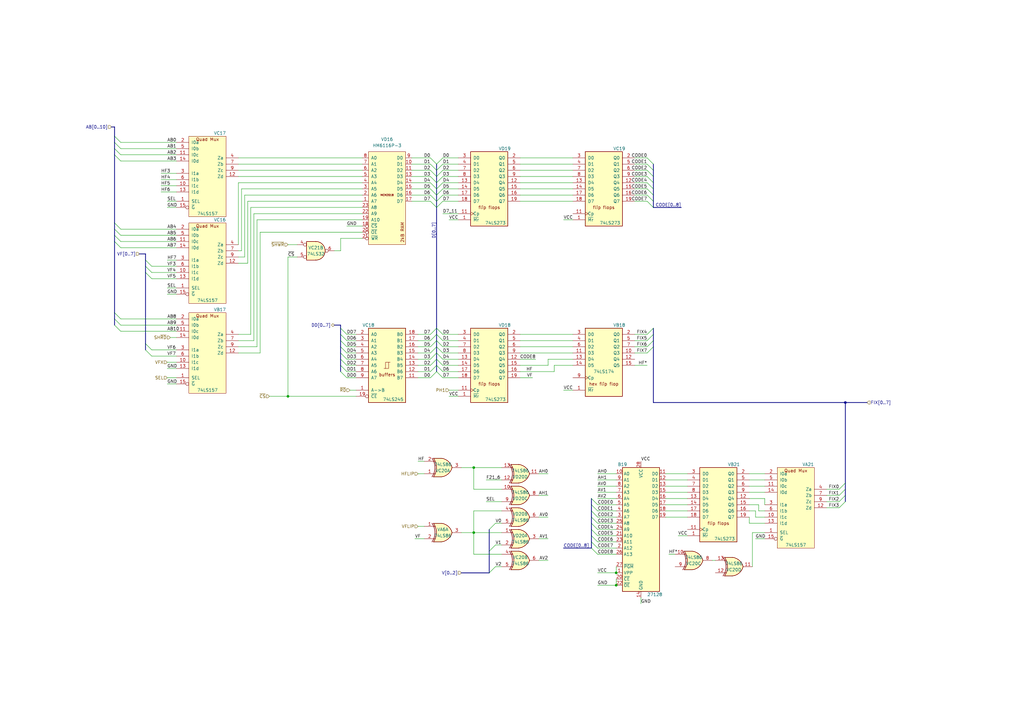
<source format=kicad_sch>
(kicad_sch (version 20231120) (generator "eeschema") (generator_version "8.0")
  (paper "A3")
  (title_block (title "Fixed Character Layer") (date "2024-10-12") (company "JOTEGO") (comment 1 "Jose Tejada"))
  (lib_symbols
    (symbol "Memory_EPROM:27128"
      (property "Reference" "U" (at -7.62 26.67 0))
      (property "Value" "27128" (at 2.54 -26.67 0))
      (symbol "27128_1_1"
        (pin input line (at -10.16 -17.78 0) (length 2.54) (name "VPP") (number "1"))
        (pin input line (at -10.16 22.86 0) (length 2.54) (name "A0") (number "10"))
        (pin tri_state line (at 10.16 22.86 180) (length 2.54) (name "D0") (number "11"))
        (pin tri_state line (at 10.16 20.32 180) (length 2.54) (name "D1") (number "12"))
        (pin tri_state line (at 10.16 17.78 180) (length 2.54) (name "D2") (number "13"))
        (pin power_in line (at 0 -27.94 90) (length 2.54) (name "GND") (number "14"))
        (pin tri_state line (at 10.16 15.24 180) (length 2.54) (name "D3") (number "15"))
        (pin tri_state line (at 10.16 12.7 180) (length 2.54) (name "D4") (number "16"))
        (pin tri_state line (at 10.16 10.16 180) (length 2.54) (name "D5") (number "17"))
        (pin tri_state line (at 10.16 7.62 180) (length 2.54) (name "D6") (number "18"))
        (pin tri_state line (at 10.16 5.08 180) (length 2.54) (name "D7") (number "19"))
        (pin input line (at -10.16 -7.62 0) (length 2.54) (name "A12") (number "2"))
        (pin input line (at -10.16 -20.32 0) (length 2.54) (name "~{CE}") (number "20"))
        (pin input line (at -10.16 -2.54 0) (length 2.54) (name "A10") (number "21"))
        (pin input line (at -10.16 -22.86 0) (length 2.54) (name "~{OE}") (number "22"))
        (pin input line (at -10.16 -5.08 0) (length 2.54) (name "A11") (number "23"))
        (pin input line (at -10.16 0 0) (length 2.54) (name "A9") (number "24"))
        (pin input line (at -10.16 2.54 0) (length 2.54) (name "A8") (number "25"))
        (pin input line (at -10.16 -10.16 0) (length 2.54) (name "A13") (number "26"))
        (pin input line (at -10.16 -15.24 0) (length 2.54) (name "~{PGM}") (number "27"))
        (pin power_in line (at 0 27.94 270) (length 2.54) (name "VCC") (number "28"))
        (pin input line (at -10.16 5.08 0) (length 2.54) (name "A7") (number "3"))
        (pin input line (at -10.16 7.62 0) (length 2.54) (name "A6") (number "4"))
        (pin input line (at -10.16 10.16 0) (length 2.54) (name "A5") (number "5"))
        (pin input line (at -10.16 12.7 0) (length 2.54) (name "A4") (number "6"))
        (pin input line (at -10.16 15.24 0) (length 2.54) (name "A3") (number "7"))
        (pin input line (at -10.16 17.78 0) (length 2.54) (name "A2") (number "8"))
        (pin input line (at -10.16 20.32 0) (length 2.54) (name "A1") (number "9"))
      )
    )
    (symbol "arcade:HM6116P-3" (pin_names (offset 1.016))
      (property "Reference" "U" (at 0 21.59 0))
      (property "Value" "HM6116P-3" (at 1.27 19.05 0))
      (symbol "HM6116P-3_0_0"
        (text "2kB RAM" (at 6.35 -15.24 900) (effects (font (size 1.27 1.27))))
        (text "MCM2018" (at 0 0 0) (effects (font (size 0.762 0.762))))
      )
      (symbol "HM6116P-3_1_1"
        (pin input line (at -10.16 -2.54 0) (length 2.54) (name "A7") (number "1"))
        (pin tri_state line (at 10.16 12.7 180) (length 2.54) (name "D1") (number "10"))
        (pin tri_state line (at 10.16 10.16 180) (length 2.54) (name "D2") (number "11"))
        (pin power_in line (at 0 -20.32 90) (length 5.08) hide (name "VSS") (number "12"))
        (pin tri_state line (at 10.16 7.62 180) (length 2.54) (name "D3") (number "13"))
        (pin tri_state line (at 10.16 5.08 180) (length 2.54) (name "D4") (number "14"))
        (pin tri_state line (at 10.16 2.54 180) (length 2.54) (name "D5") (number "15"))
        (pin tri_state line (at 10.16 0 180) (length 2.54) (name "D6") (number "16"))
        (pin tri_state line (at 10.16 -2.54 180) (length 2.54) (name "D7") (number "17"))
        (pin input inverted (at -10.16 -12.7 0) (length 2.54) (name "~{CS}") (number "18"))
        (pin input line (at -10.16 -10.16 0) (length 2.54) (name "A10") (number "19"))
        (pin input line (at -10.16 0 0) (length 2.54) (name "A6") (number "2"))
        (pin input inverted (at -10.16 -15.24 0) (length 2.54) (name "~{OE}") (number "20"))
        (pin input inverted (at -10.16 -17.78 0) (length 2.54) (name "~{WR}") (number "21"))
        (pin input line (at -10.16 -7.62 0) (length 2.54) (name "A9") (number "22"))
        (pin input line (at -10.16 -5.08 0) (length 2.54) (name "A8") (number "23"))
        (pin power_in line (at 0 17.78 270) (length 5.08) hide (name "VCC") (number "24"))
        (pin input line (at -10.16 2.54 0) (length 2.54) (name "A5") (number "3"))
        (pin input line (at -10.16 5.08 0) (length 2.54) (name "A4") (number "4"))
        (pin input line (at -10.16 7.62 0) (length 2.54) (name "A3") (number "5"))
        (pin input line (at -10.16 10.16 0) (length 2.54) (name "A2") (number "6"))
        (pin input line (at -10.16 12.7 0) (length 2.54) (name "A1") (number "7"))
        (pin input line (at -10.16 15.24 0) (length 2.54) (name "A0") (number "8"))
        (pin tri_state line (at 10.16 15.24 180) (length 2.54) (name "D0") (number "9"))
      )
    )
    (symbol "jt74:74LS157" (pin_names (offset 1.016))
      (property "Reference" "U" (at 5.08 16.51 0))
      (property "Value" "74LS157" (at 0 -16.51 0))
      (symbol "74LS157_0_0"
        (text "Quad Mux" (at 0 13.97 0) (effects (font (size 1.27 1.27))))
      )
      (symbol "74LS157_1_0"
        (pin input line (at -12.7 -11.43 0) (length 5.08) (name "SEL") (number "1"))
        (pin input line (at -12.7 -5.08 0) (length 5.08) (name "I1c") (number "10"))
        (pin input line (at -12.7 7.62 0) (length 5.08) (name "I0c") (number "11"))
        (pin output line (at 12.7 -1.27 180) (length 5.08) (name "Zd") (number "12"))
        (pin input line (at -12.7 -7.62 0) (length 5.08) (name "I1d") (number "13"))
        (pin input line (at -12.7 5.08 0) (length 5.08) (name "I0d") (number "14"))
        (pin input inverted (at -12.7 -13.97 0) (length 5.08) (name "~{G}") (number "15"))
        (pin input line (at -12.7 12.7 0) (length 5.08) (name "I0a") (number "2"))
        (pin input line (at -12.7 0 0) (length 5.08) (name "I1a") (number "3"))
        (pin output line (at 12.7 6.35 180) (length 5.08) (name "Za") (number "4"))
        (pin input line (at -12.7 10.16 0) (length 5.08) (name "I0b") (number "5"))
        (pin input line (at -12.7 -2.54 0) (length 5.08) (name "I1b") (number "6"))
        (pin output line (at 12.7 3.81 180) (length 5.08) (name "Zb") (number "7"))
        (pin output line (at 12.7 1.27 180) (length 5.08) (name "Zc") (number "9"))
      )
    )
    (symbol "jt74:74LS174" (pin_names (offset 1.016))
      (property "Reference" "U" (at 5.08 -12.7 0))
      (property "Value" "74LS174" (at 0 -5.08 0))
      (symbol "74LS174_0_0"
        (text "hex flip flop" (at 0 -10.16 0) (effects (font (size 1.27 1.27))))
      )
      (symbol "74LS174_1_0"
        (pin input line (at -12.7 -12.7 0) (length 5.08) (name "~{Mr}") (number "1"))
        (pin output line (at 12.7 2.54 180) (length 5.08) (name "Q3") (number "10"))
        (pin input line (at -12.7 2.54 0) (length 5.08) (name "D3") (number "11"))
        (pin output line (at 12.7 0 180) (length 5.08) (name "Q4") (number "12"))
        (pin input line (at -12.7 0 0) (length 5.08) (name "D4") (number "13"))
        (pin input line (at -12.7 -2.54 0) (length 5.08) (name "D5") (number "14"))
        (pin output line (at 12.7 -2.54 180) (length 5.08) (name "Q5") (number "15"))
        (pin output line (at 12.7 10.16 180) (length 5.08) (name "Q0") (number "2"))
        (pin input line (at -12.7 10.16 0) (length 5.08) (name "D0") (number "3"))
        (pin input line (at -12.7 7.62 0) (length 5.08) (name "D1") (number "4"))
        (pin output line (at 12.7 7.62 180) (length 5.08) (name "Q1") (number "5"))
        (pin input line (at -12.7 5.08 0) (length 5.08) (name "D2") (number "6"))
        (pin output line (at 12.7 5.08 180) (length 5.08) (name "Q2") (number "7"))
        (pin input clock (at -12.7 -7.62 0) (length 5.08) (name "Cp") (number "9"))
      )
      (symbol "74LS174_1_1"
        (pin power_in line (at 0 12.7 270) (length 5.08) hide (name "VCC") (number "16"))
        (pin power_in line (at 0 -15.24 90) (length 5.08) hide (name "VSS") (number "8"))
      )
    )
    (symbol "jt74:74LS245" (pin_names (offset 1.016))
      (property "Reference" "U" (at -7.62 16.51 0))
      (property "Value" "74LS245" (at 2.54 -13.97 0))
      (symbol "74LS245_0_0"
        (text "buffers" (at 0 -3.81 0) (effects (font (size 1.27 1.27))))
      )
      (symbol "74LS245_1_0"
        (pin input line (at -12.7 -10.16 0) (length 5.08) (name "A->B") (number "1"))
        (pin tri_state line (at 12.7 -5.08 180) (length 5.08) (name "B7") (number "11"))
        (pin tri_state line (at 12.7 -2.54 180) (length 5.08) (name "B6") (number "12"))
        (pin tri_state line (at 12.7 0 180) (length 5.08) (name "B5") (number "13"))
        (pin tri_state line (at 12.7 2.54 180) (length 5.08) (name "B4") (number "14"))
        (pin tri_state line (at 12.7 5.08 180) (length 5.08) (name "B3") (number "15"))
        (pin tri_state line (at 12.7 7.62 180) (length 5.08) (name "B2") (number "16"))
        (pin tri_state line (at 12.7 10.16 180) (length 5.08) (name "B1") (number "17"))
        (pin tri_state line (at 12.7 12.7 180) (length 5.08) (name "B0") (number "18"))
        (pin input inverted (at -12.7 -12.7 0) (length 5.08) (name "~{CE}") (number "19"))
        (pin tri_state line (at -12.7 12.7 0) (length 5.08) (name "A0") (number "2"))
        (pin tri_state line (at -12.7 10.16 0) (length 5.08) (name "A1") (number "3"))
        (pin tri_state line (at -12.7 7.62 0) (length 5.08) (name "A2") (number "4"))
        (pin tri_state line (at -12.7 5.08 0) (length 5.08) (name "A3") (number "5"))
        (pin tri_state line (at -12.7 2.54 0) (length 5.08) (name "A4") (number "6"))
        (pin tri_state line (at -12.7 0 0) (length 5.08) (name "A5") (number "7"))
        (pin tri_state line (at -12.7 -2.54 0) (length 5.08) (name "A6") (number "8"))
        (pin tri_state line (at -12.7 -5.08 0) (length 5.08) (name "A7") (number "9"))
      )
    )
    (symbol "jt74:74LS273" (pin_names (offset 1.016))
      (property "Reference" "U" (at 6.35 16.51 0))
      (property "Value" "74LS273" (at 2.54 -13.97 0))
      (symbol "74LS273_0_0"
        (text "flip flops" (at 0 -7.62 0) (effects (font (size 1.27 1.27))))
      )
      (symbol "74LS273_1_0"
        (pin input line (at -12.7 -12.7 0) (length 5.08) (name "~{Mr}") (number "1"))
        (pin input clock (at -12.7 -10.16 0) (length 5.08) (name "Cp") (number "11"))
        (pin output line (at 12.7 2.54 180) (length 5.08) (name "Q4") (number "12"))
        (pin input line (at -12.7 2.54 0) (length 5.08) (name "D4") (number "13"))
        (pin input line (at -12.7 0 0) (length 5.08) (name "D5") (number "14"))
        (pin output line (at 12.7 0 180) (length 5.08) (name "Q5") (number "15"))
        (pin output line (at 12.7 -2.54 180) (length 5.08) (name "Q6") (number "16"))
        (pin input line (at -12.7 -2.54 0) (length 5.08) (name "D6") (number "17"))
        (pin input line (at -12.7 -5.08 0) (length 5.08) (name "D7") (number "18"))
        (pin output line (at 12.7 -5.08 180) (length 5.08) (name "Q7") (number "19"))
        (pin output line (at 12.7 12.7 180) (length 5.08) (name "Q0") (number "2"))
        (pin input line (at -12.7 12.7 0) (length 5.08) (name "D0") (number "3"))
        (pin input line (at -12.7 10.16 0) (length 5.08) (name "D1") (number "4"))
        (pin output line (at 12.7 10.16 180) (length 5.08) (name "Q1") (number "5"))
        (pin output line (at 12.7 7.62 180) (length 5.08) (name "Q2") (number "6"))
        (pin input line (at -12.7 7.62 0) (length 5.08) (name "D2") (number "7"))
        (pin input line (at -12.7 5.08 0) (length 5.08) (name "D3") (number "8"))
        (pin output line (at 12.7 5.08 180) (length 5.08) (name "Q3") (number "9"))
      )
    )
    (symbol "jt74:74LS32" (pin_names (offset 1.016))
      (property "Reference" "U" (at 0 1.27 0))
      (property "Value" "74LS32" (at 0 -1.27 0))
      (symbol "74LS32_1_1"
        (pin input line (at -7.62 2.54 0) (length 4.318) (name "~") (number "1"))
        (pin input line (at -7.62 -2.54 0) (length 4.318) (name "~") (number "2"))
        (pin output line (at 7.62 0 180) (length 3.81) (name "~") (number "3"))
      )
      (symbol "74LS32_1_2"
        (pin input inverted (at -7.62 2.54 0) (length 3.81) (name "~") (number "1"))
        (pin input inverted (at -7.62 -2.54 0) (length 3.81) (name "~") (number "2"))
        (pin output inverted (at 7.62 0 180) (length 3.81) (name "~") (number "3"))
      )
      (symbol "74LS32_2_1"
        (pin input line (at -7.62 2.54 0) (length 4.318) (name "~") (number "4"))
        (pin input line (at -7.62 -2.54 0) (length 4.318) (name "~") (number "5"))
        (pin output line (at 7.62 0 180) (length 3.81) (name "~") (number "6"))
      )
      (symbol "74LS32_2_2"
        (pin input inverted (at -7.62 2.54 0) (length 3.81) (name "~") (number "4"))
        (pin input inverted (at -7.62 -2.54 0) (length 3.81) (name "~") (number "5"))
        (pin output inverted (at 7.62 0 180) (length 3.81) (name "~") (number "6"))
      )
      (symbol "74LS32_3_1"
        (pin input line (at -7.62 -2.54 0) (length 4.318) (name "~") (number "10"))
        (pin output line (at 7.62 0 180) (length 3.81) (name "~") (number "8"))
        (pin input line (at -7.62 2.54 0) (length 4.318) (name "~") (number "9"))
      )
      (symbol "74LS32_3_2"
        (pin input inverted (at -7.62 -2.54 0) (length 3.81) (name "~") (number "10"))
        (pin output inverted (at 7.62 0 180) (length 3.81) (name "~") (number "8"))
        (pin input inverted (at -7.62 2.54 0) (length 3.81) (name "~") (number "9"))
      )
      (symbol "74LS32_4_1"
        (pin output line (at 7.62 0 180) (length 3.81) (name "~") (number "11"))
        (pin input line (at -7.62 2.54 0) (length 4.318) (name "~") (number "12"))
        (pin input line (at -7.62 -2.54 0) (length 4.318) (name "~") (number "13"))
      )
      (symbol "74LS32_4_2"
        (pin output inverted (at 7.62 0 180) (length 3.81) (name "~") (number "11"))
        (pin input inverted (at -7.62 2.54 0) (length 3.81) (name "~") (number "12"))
        (pin input inverted (at -7.62 -2.54 0) (length 3.81) (name "~") (number "13"))
      )
      (symbol "74LS32_5_0"
        (pin power_in line (at 0 7.62 270) (length 5.08) hide (name "VCC") (number "14"))
        (pin power_in line (at 0 -7.62 90) (length 5.08) hide (name "VSS") (number "7"))
      )
    )
    (symbol "jt74:74LS86" (pin_names (offset 1.016))
      (property "Reference" "U" (at 0 1.27 0))
      (property "Value" "74LS86" (at 0 -1.27 0))
      (symbol "74LS86_1_0"
        (pin input line (at -7.62 2.54 0) (length 4.445) (name "~") (number "1"))
        (pin input line (at -7.62 -2.54 0) (length 4.445) (name "~") (number "2"))
        (pin output line (at 7.62 0 180) (length 3.81) (name "~") (number "3"))
      )
      (symbol "74LS86_2_0"
        (pin input line (at -7.62 2.54 0) (length 4.445) (name "~") (number "4"))
        (pin input line (at -7.62 -2.54 0) (length 4.445) (name "~") (number "5"))
        (pin output line (at 7.62 0 180) (length 3.81) (name "~") (number "6"))
      )
      (symbol "74LS86_3_0"
        (pin input line (at -7.62 -2.54 0) (length 4.445) (name "~") (number "10"))
        (pin output line (at 7.62 0 180) (length 3.81) (name "~") (number "8"))
        (pin input line (at -7.62 2.54 0) (length 4.445) (name "~") (number "9"))
      )
      (symbol "74LS86_4_0"
        (pin output line (at 7.62 0 180) (length 3.81) (name "~") (number "11"))
        (pin input line (at -7.62 2.54 0) (length 4.445) (name "~") (number "12"))
        (pin input line (at -7.62 -2.54 0) (length 4.445) (name "~") (number "13"))
      )
      (symbol "74LS86_5_0"
        (pin power_in line (at 0 7.62 270) (length 5.08) hide (name "VCC") (number "14"))
        (pin power_in line (at 0 -7.62 90) (length 5.08) hide (name "VSS") (number "7"))
      )
    )
  )
  (junction (at 118.11 162.56))
  (junction (at 252.73 240.03))
  (junction (at 194.31 218.44))
  (junction (at 252.73 234.95))
  (junction (at 194.31 191.77))
  (junction (at 346.71 165.1))
  (bus_entry (at 265.43 139.7) (size 2.54 -2.54))
  (bus_entry (at 242.57 207.01) (size 2.54 2.54))
  (bus_entry (at 176.53 72.39) (size 2.54 2.54))
  (bus_entry (at 344.17 200.66) (size 2.54 -2.54))
  (bus_entry (at 181.61 74.93) (size -2.54 2.54))
  (bus_entry (at 176.53 152.4) (size 2.54 -2.54))
  (bus_entry (at 181.61 154.94) (size -2.54 -2.54))
  (bus_entry (at 181.61 144.78) (size -2.54 -2.54))
  (bus_entry (at 59.69 111.76) (size 2.54 2.54))
  (bus_entry (at 344.17 203.2) (size 2.54 -2.54))
  (bus_entry (at 46.99 58.42) (size 2.54 2.54))
  (bus_entry (at 46.99 128.27) (size 2.54 2.54))
  (bus_entry (at 181.61 69.85) (size -2.54 2.54))
  (bus_entry (at 200.66 226.06) (size 2.54 -2.54))
  (bus_entry (at 200.66 234.95) (size 2.54 -2.54))
  (bus_entry (at 176.53 139.7) (size 2.54 -2.54))
  (bus_entry (at 265.43 69.85) (size 2.54 2.54))
  (bus_entry (at 265.43 77.47) (size 2.54 2.54))
  (bus_entry (at 176.53 69.85) (size 2.54 2.54))
  (bus_entry (at 139.7 152.4) (size 2.54 2.54))
  (bus_entry (at 59.69 109.22) (size 2.54 2.54))
  (bus_entry (at 176.53 149.86) (size 2.54 -2.54))
  (bus_entry (at 46.99 55.88) (size 2.54 2.54))
  (bus_entry (at 265.43 64.77) (size 2.54 2.54))
  (bus_entry (at 176.53 67.31) (size 2.54 2.54))
  (bus_entry (at 46.99 91.44) (size 2.54 2.54))
  (bus_entry (at 265.43 82.55) (size 2.54 2.54))
  (bus_entry (at 181.61 77.47) (size -2.54 2.54))
  (bus_entry (at 181.61 82.55) (size -2.54 2.54))
  (bus_entry (at 181.61 137.16) (size -2.54 -2.54))
  (bus_entry (at 176.53 147.32) (size 2.54 -2.54))
  (bus_entry (at 242.57 212.09) (size 2.54 2.54))
  (bus_entry (at 181.61 147.32) (size -2.54 -2.54))
  (bus_entry (at 265.43 72.39) (size 2.54 2.54))
  (bus_entry (at 242.57 222.25) (size 2.54 2.54))
  (bus_entry (at 139.7 134.62) (size 2.54 2.54))
  (bus_entry (at 176.53 142.24) (size 2.54 -2.54))
  (bus_entry (at 181.61 80.01) (size -2.54 2.54))
  (bus_entry (at 242.57 209.55) (size 2.54 2.54))
  (bus_entry (at 59.69 106.68) (size 2.54 2.54))
  (bus_entry (at 46.99 63.5) (size 2.54 2.54))
  (bus_entry (at 242.57 224.79) (size 2.54 2.54))
  (bus_entry (at 265.43 80.01) (size 2.54 2.54))
  (bus_entry (at 265.43 67.31) (size 2.54 2.54))
  (bus_entry (at 46.99 130.81) (size 2.54 2.54))
  (bus_entry (at 176.53 154.94) (size 2.54 -2.54))
  (bus_entry (at 176.53 82.55) (size 2.54 2.54))
  (bus_entry (at 46.99 60.96) (size 2.54 2.54))
  (bus_entry (at 176.53 137.16) (size 2.54 -2.54))
  (bus_entry (at 176.53 64.77) (size 2.54 2.54))
  (bus_entry (at 181.61 152.4) (size -2.54 -2.54))
  (bus_entry (at 242.57 214.63) (size 2.54 2.54))
  (bus_entry (at 176.53 80.01) (size 2.54 2.54))
  (bus_entry (at 59.69 143.51) (size 2.54 2.54))
  (bus_entry (at 139.7 142.24) (size 2.54 2.54))
  (bus_entry (at 344.17 208.28) (size 2.54 -2.54))
  (bus_entry (at 265.43 137.16) (size 2.54 -2.54))
  (bus_entry (at 242.57 219.71) (size 2.54 2.54))
  (bus_entry (at 181.61 67.31) (size -2.54 2.54))
  (bus_entry (at 181.61 72.39) (size -2.54 2.54))
  (bus_entry (at 176.53 74.93) (size 2.54 2.54))
  (bus_entry (at 200.66 217.17) (size 2.54 -2.54))
  (bus_entry (at 46.99 93.98) (size 2.54 2.54))
  (bus_entry (at 265.43 142.24) (size 2.54 -2.54))
  (bus_entry (at 176.53 77.47) (size 2.54 2.54))
  (bus_entry (at 46.99 99.06) (size 2.54 2.54))
  (bus_entry (at 344.17 205.74) (size 2.54 -2.54))
  (bus_entry (at 181.61 149.86) (size -2.54 -2.54))
  (bus_entry (at 139.7 139.7) (size 2.54 2.54))
  (bus_entry (at 59.69 140.97) (size 2.54 2.54))
  (bus_entry (at 242.57 204.47) (size 2.54 2.54))
  (bus_entry (at 181.61 139.7) (size -2.54 -2.54))
  (bus_entry (at 181.61 142.24) (size -2.54 -2.54))
  (bus_entry (at 46.99 96.52) (size 2.54 2.54))
  (bus_entry (at 46.99 133.35) (size 2.54 2.54))
  (bus_entry (at 242.57 217.17) (size 2.54 2.54))
  (bus_entry (at 139.7 147.32) (size 2.54 2.54))
  (bus_entry (at 139.7 149.86) (size 2.54 2.54))
  (bus_entry (at 176.53 144.78) (size 2.54 -2.54))
  (bus_entry (at 139.7 144.78) (size 2.54 2.54))
  (bus_entry (at 265.43 74.93) (size 2.54 2.54))
  (bus_entry (at 139.7 137.16) (size 2.54 2.54))
  (bus_entry (at 265.43 144.78) (size 2.54 -2.54))
  (bus_entry (at 181.61 64.77) (size -2.54 2.54))
  (bus (pts (xy 242.57 219.71) (xy 242.57 222.25)))
  (wire (pts (xy 260.35 82.55) (xy 265.43 82.55)))
  (bus (pts (xy 267.97 69.85) (xy 267.97 72.39)))
  (wire (pts (xy 105.41 90.17) (xy 148.59 90.17)))
  (wire (pts (xy 245.11 234.95) (xy 252.73 234.95)))
  (wire (pts (xy 181.61 64.77) (xy 187.96 64.77)))
  (bus (pts (xy 179.07 144.78) (xy 179.07 147.32)))
  (wire (pts (xy 273.05 194.31) (xy 281.94 194.31)))
  (wire (pts (xy 99.06 77.47) (xy 148.59 77.47)))
  (wire (pts (xy 118.11 100.33) (xy 121.92 100.33)))
  (bus (pts (xy 267.97 134.62) (xy 267.97 137.16)))
  (bus (pts (xy 179.07 69.85) (xy 179.07 72.39)))
  (bus (pts (xy 346.71 200.66) (xy 346.71 198.12)))
  (wire (pts (xy 168.91 72.39) (xy 176.53 72.39)))
  (wire (pts (xy 245.11 240.03) (xy 252.73 240.03)))
  (wire (pts (xy 245.11 196.85) (xy 252.73 196.85)))
  (wire (pts (xy 105.41 142.24) (xy 105.41 90.17)))
  (wire (pts (xy 245.11 207.01) (xy 252.73 207.01)))
  (wire (pts (xy 260.35 72.39) (xy 265.43 72.39)))
  (wire (pts (xy 97.79 139.7) (xy 104.14 139.7)))
  (wire (pts (xy 170.18 220.98) (xy 173.99 220.98)))
  (bus (pts (xy 139.7 152.4) (xy 139.7 149.86)))
  (bus (pts (xy 242.57 207.01) (xy 242.57 209.55)))
  (wire (pts (xy 168.91 80.01) (xy 176.53 80.01)))
  (wire (pts (xy 260.35 77.47) (xy 265.43 77.47)))
  (wire (pts (xy 339.09 208.28) (xy 344.17 208.28)))
  (bus (pts (xy 46.99 60.96) (xy 46.99 58.42)))
  (bus (pts (xy 46.99 128.27) (xy 46.99 99.06)))
  (bus (pts (xy 46.99 91.44) (xy 46.99 63.5)))
  (bus (pts (xy 346.71 198.12) (xy 346.71 165.1)))
  (wire (pts (xy 181.61 137.16) (xy 187.96 137.16)))
  (wire (pts (xy 307.34 199.39) (xy 313.69 199.39)))
  (wire (pts (xy 307.34 194.31) (xy 313.69 194.31)))
  (bus (pts (xy 267.97 137.16) (xy 267.97 139.7)))
  (bus (pts (xy 179.07 74.93) (xy 179.07 77.47)))
  (bus (pts (xy 59.69 111.76) (xy 59.69 140.97)))
  (bus (pts (xy 179.07 147.32) (xy 179.07 149.86)))
  (wire (pts (xy 62.23 143.51) (xy 72.39 143.51)))
  (wire (pts (xy 309.88 209.55) (xy 309.88 212.09)))
  (wire (pts (xy 49.53 99.06) (xy 72.39 99.06)))
  (wire (pts (xy 181.61 74.93) (xy 187.96 74.93)))
  (wire (pts (xy 308.61 232.41) (xy 308.61 218.44)))
  (wire (pts (xy 273.05 201.93) (xy 281.94 201.93)))
  (wire (pts (xy 339.09 200.66) (xy 344.17 200.66)))
  (wire (pts (xy 260.35 80.01) (xy 265.43 80.01)))
  (bus (pts (xy 242.57 204.47) (xy 242.57 207.01)))
  (wire (pts (xy 68.58 148.59) (xy 72.39 148.59)))
  (wire (pts (xy 213.36 64.77) (xy 234.95 64.77)))
  (bus (pts (xy 139.7 147.32) (xy 139.7 144.78)))
  (wire (pts (xy 181.61 67.31) (xy 187.96 67.31)))
  (bus (pts (xy 46.99 55.88) (xy 46.99 52.07)))
  (wire (pts (xy 99.06 102.87) (xy 99.06 77.47)))
  (bus (pts (xy 346.71 203.2) (xy 346.71 200.66)))
  (bus (pts (xy 46.99 133.35) (xy 46.99 130.81)))
  (wire (pts (xy 181.61 80.01) (xy 187.96 80.01)))
  (wire (pts (xy 66.04 71.12) (xy 72.39 71.12)))
  (wire (pts (xy 203.2 214.63) (xy 205.74 214.63)))
  (wire (pts (xy 260.35 69.85) (xy 265.43 69.85)))
  (wire (pts (xy 245.11 217.17) (xy 252.73 217.17)))
  (wire (pts (xy 194.31 227.33) (xy 205.74 227.33)))
  (bus (pts (xy 59.69 106.68) (xy 59.69 109.22)))
  (wire (pts (xy 49.53 60.96) (xy 72.39 60.96)))
  (wire (pts (xy 66.04 78.74) (xy 72.39 78.74)))
  (wire (pts (xy 265.43 149.86) (xy 260.35 149.86)))
  (bus (pts (xy 46.99 96.52) (xy 46.99 93.98)))
  (wire (pts (xy 224.79 229.87) (xy 220.98 229.87)))
  (wire (pts (xy 189.23 191.77) (xy 194.31 191.77)))
  (wire (pts (xy 339.09 205.74) (xy 344.17 205.74)))
  (wire (pts (xy 181.61 142.24) (xy 187.96 142.24)))
  (wire (pts (xy 245.11 201.93) (xy 252.73 201.93)))
  (wire (pts (xy 181.61 139.7) (xy 187.96 139.7)))
  (bus (pts (xy 267.97 165.1) (xy 346.71 165.1)))
  (wire (pts (xy 97.79 67.31) (xy 148.59 67.31)))
  (wire (pts (xy 62.23 111.76) (xy 72.39 111.76)))
  (wire (pts (xy 273.05 204.47) (xy 281.94 204.47)))
  (bus (pts (xy 46.99 52.07) (xy 45.72 52.07)))
  (wire (pts (xy 260.35 67.31) (xy 265.43 67.31)))
  (bus (pts (xy 267.97 77.47) (xy 267.97 80.01)))
  (wire (pts (xy 102.87 137.16) (xy 102.87 85.09)))
  (wire (pts (xy 184.15 90.17) (xy 187.96 90.17)))
  (wire (pts (xy 224.79 212.09) (xy 220.98 212.09)))
  (wire (pts (xy 199.39 205.74) (xy 205.74 205.74)))
  (bus (pts (xy 46.99 63.5) (xy 46.99 60.96)))
  (wire (pts (xy 181.61 149.86) (xy 187.96 149.86)))
  (wire (pts (xy 260.35 144.78) (xy 265.43 144.78)))
  (wire (pts (xy 171.45 194.31) (xy 173.99 194.31)))
  (wire (pts (xy 307.34 201.93) (xy 313.69 201.93)))
  (wire (pts (xy 69.85 138.43) (xy 72.39 138.43)))
  (wire (pts (xy 245.11 222.25) (xy 252.73 222.25)))
  (wire (pts (xy 181.61 69.85) (xy 187.96 69.85)))
  (wire (pts (xy 339.09 203.2) (xy 344.17 203.2)))
  (bus (pts (xy 179.07 137.16) (xy 179.07 139.7)))
  (wire (pts (xy 189.23 218.44) (xy 194.31 218.44)))
  (wire (pts (xy 49.53 133.35) (xy 72.39 133.35)))
  (wire (pts (xy 194.31 218.44) (xy 194.31 209.55)))
  (bus (pts (xy 242.57 217.17) (xy 242.57 219.71)))
  (wire (pts (xy 213.36 74.93) (xy 234.95 74.93)))
  (wire (pts (xy 227.33 149.86) (xy 234.95 149.86)))
  (wire (pts (xy 142.24 144.78) (xy 146.05 144.78)))
  (wire (pts (xy 245.11 204.47) (xy 252.73 204.47)))
  (wire (pts (xy 252.73 232.41) (xy 252.73 234.95)))
  (wire (pts (xy 62.23 114.3) (xy 72.39 114.3)))
  (bus (pts (xy 200.66 226.06) (xy 200.66 234.95)))
  (wire (pts (xy 97.79 100.33) (xy 97.79 74.93)))
  (wire (pts (xy 260.35 139.7) (xy 265.43 139.7)))
  (wire (pts (xy 278.13 219.71) (xy 281.94 219.71)))
  (wire (pts (xy 97.79 74.93) (xy 148.59 74.93)))
  (wire (pts (xy 142.24 139.7) (xy 146.05 139.7)))
  (wire (pts (xy 203.2 223.52) (xy 205.74 223.52)))
  (wire (pts (xy 181.61 147.32) (xy 187.96 147.32)))
  (wire (pts (xy 224.79 147.32) (xy 234.95 147.32)))
  (wire (pts (xy 213.36 144.78) (xy 234.95 144.78)))
  (bus (pts (xy 179.07 77.47) (xy 179.07 80.01)))
  (wire (pts (xy 273.05 209.55) (xy 281.94 209.55)))
  (wire (pts (xy 106.68 144.78) (xy 106.68 95.25)))
  (wire (pts (xy 97.79 102.87) (xy 99.06 102.87)))
  (wire (pts (xy 110.49 162.56) (xy 118.11 162.56)))
  (wire (pts (xy 213.36 152.4) (xy 227.33 152.4)))
  (bus (pts (xy 46.99 99.06) (xy 46.99 96.52)))
  (wire (pts (xy 66.04 76.2) (xy 72.39 76.2)))
  (wire (pts (xy 252.73 237.49) (xy 252.73 240.03)))
  (wire (pts (xy 171.45 142.24) (xy 176.53 142.24)))
  (wire (pts (xy 245.11 219.71) (xy 252.73 219.71)))
  (wire (pts (xy 49.53 66.04) (xy 72.39 66.04)))
  (bus (pts (xy 267.97 72.39) (xy 267.97 74.93)))
  (wire (pts (xy 142.24 147.32) (xy 146.05 147.32)))
  (wire (pts (xy 184.15 162.56) (xy 187.96 162.56)))
  (wire (pts (xy 273.05 207.01) (xy 281.94 207.01)))
  (wire (pts (xy 68.58 157.48) (xy 72.39 157.48)))
  (wire (pts (xy 181.61 144.78) (xy 187.96 144.78)))
  (bus (pts (xy 139.7 142.24) (xy 139.7 139.7)))
  (wire (pts (xy 213.36 137.16) (xy 234.95 137.16)))
  (wire (pts (xy 97.79 105.41) (xy 100.33 105.41)))
  (wire (pts (xy 309.88 212.09) (xy 313.69 212.09)))
  (wire (pts (xy 213.36 82.55) (xy 234.95 82.55)))
  (wire (pts (xy 62.23 109.22) (xy 72.39 109.22)))
  (wire (pts (xy 307.34 209.55) (xy 309.88 209.55)))
  (wire (pts (xy 213.36 69.85) (xy 234.95 69.85)))
  (wire (pts (xy 142.24 142.24) (xy 146.05 142.24)))
  (bus (pts (xy 139.7 137.16) (xy 139.7 134.62)))
  (wire (pts (xy 224.79 203.2) (xy 220.98 203.2)))
  (wire (pts (xy 245.11 209.55) (xy 252.73 209.55)))
  (bus (pts (xy 346.71 205.74) (xy 346.71 203.2)))
  (wire (pts (xy 181.61 82.55) (xy 187.96 82.55)))
  (bus (pts (xy 179.07 134.62) (xy 179.07 137.16)))
  (bus (pts (xy 200.66 217.17) (xy 200.66 226.06)))
  (wire (pts (xy 171.45 139.7) (xy 176.53 139.7)))
  (wire (pts (xy 118.11 105.41) (xy 121.92 105.41)))
  (wire (pts (xy 49.53 96.52) (xy 72.39 96.52)))
  (wire (pts (xy 213.36 139.7) (xy 234.95 139.7)))
  (bus (pts (xy 139.7 144.78) (xy 139.7 142.24)))
  (wire (pts (xy 68.58 82.55) (xy 72.39 82.55)))
  (wire (pts (xy 168.91 77.47) (xy 176.53 77.47)))
  (wire (pts (xy 260.35 74.93) (xy 265.43 74.93)))
  (wire (pts (xy 213.36 147.32) (xy 219.71 147.32)))
  (bus (pts (xy 139.7 139.7) (xy 139.7 137.16)))
  (wire (pts (xy 171.45 189.23) (xy 173.99 189.23)))
  (wire (pts (xy 181.61 152.4) (xy 187.96 152.4)))
  (wire (pts (xy 273.05 196.85) (xy 281.94 196.85)))
  (wire (pts (xy 139.7 97.79) (xy 148.59 97.79)))
  (wire (pts (xy 205.74 191.77) (xy 194.31 191.77)))
  (wire (pts (xy 171.45 154.94) (xy 176.53 154.94)))
  (wire (pts (xy 203.2 232.41) (xy 205.74 232.41)))
  (wire (pts (xy 101.6 82.55) (xy 148.59 82.55)))
  (wire (pts (xy 168.91 69.85) (xy 176.53 69.85)))
  (wire (pts (xy 100.33 105.41) (xy 100.33 80.01)))
  (wire (pts (xy 97.79 137.16) (xy 102.87 137.16)))
  (wire (pts (xy 171.45 137.16) (xy 176.53 137.16)))
  (wire (pts (xy 168.91 74.93) (xy 176.53 74.93)))
  (bus (pts (xy 267.97 139.7) (xy 267.97 142.24)))
  (wire (pts (xy 171.45 215.9) (xy 173.99 215.9)))
  (wire (pts (xy 260.35 142.24) (xy 265.43 142.24)))
  (wire (pts (xy 168.91 64.77) (xy 176.53 64.77)))
  (wire (pts (xy 213.36 72.39) (xy 234.95 72.39)))
  (wire (pts (xy 309.88 220.98) (xy 313.69 220.98)))
  (wire (pts (xy 68.58 154.94) (xy 72.39 154.94)))
  (wire (pts (xy 213.36 77.47) (xy 234.95 77.47)))
  (bus (pts (xy 59.69 140.97) (xy 59.69 143.51)))
  (wire (pts (xy 171.45 147.32) (xy 176.53 147.32)))
  (wire (pts (xy 308.61 218.44) (xy 313.69 218.44)))
  (wire (pts (xy 142.24 137.16) (xy 146.05 137.16)))
  (bus (pts (xy 242.57 214.63) (xy 242.57 217.17)))
  (wire (pts (xy 194.31 209.55) (xy 205.74 209.55)))
  (wire (pts (xy 184.15 160.02) (xy 187.96 160.02)))
  (wire (pts (xy 68.58 85.09) (xy 72.39 85.09)))
  (bus (pts (xy 179.07 142.24) (xy 179.07 144.78)))
  (wire (pts (xy 142.24 152.4) (xy 146.05 152.4)))
  (wire (pts (xy 171.45 144.78) (xy 176.53 144.78)))
  (wire (pts (xy 213.36 80.01) (xy 234.95 80.01)))
  (bus (pts (xy 179.07 67.31) (xy 179.07 69.85)))
  (wire (pts (xy 227.33 149.86) (xy 227.33 152.4)))
  (wire (pts (xy 199.39 196.85) (xy 205.74 196.85)))
  (wire (pts (xy 181.61 154.94) (xy 187.96 154.94)))
  (wire (pts (xy 68.58 118.11) (xy 72.39 118.11)))
  (bus (pts (xy 189.23 234.95) (xy 200.66 234.95)))
  (wire (pts (xy 68.58 120.65) (xy 72.39 120.65)))
  (wire (pts (xy 142.24 149.86) (xy 146.05 149.86)))
  (wire (pts (xy 213.36 149.86) (xy 224.79 149.86)))
  (wire (pts (xy 205.74 218.44) (xy 194.31 218.44)))
  (wire (pts (xy 49.53 135.89) (xy 72.39 135.89)))
  (wire (pts (xy 101.6 107.95) (xy 101.6 82.55)))
  (wire (pts (xy 224.79 194.31) (xy 220.98 194.31)))
  (wire (pts (xy 104.14 87.63) (xy 148.59 87.63)))
  (bus (pts (xy 267.97 80.01) (xy 267.97 82.55)))
  (wire (pts (xy 168.91 67.31) (xy 176.53 67.31)))
  (wire (pts (xy 273.05 199.39) (xy 281.94 199.39)))
  (bus (pts (xy 179.07 80.01) (xy 179.07 82.55)))
  (wire (pts (xy 97.79 107.95) (xy 101.6 107.95)))
  (wire (pts (xy 311.15 209.55) (xy 313.69 209.55)))
  (wire (pts (xy 171.45 149.86) (xy 176.53 149.86)))
  (wire (pts (xy 245.11 227.33) (xy 252.73 227.33)))
  (wire (pts (xy 139.7 102.87) (xy 139.7 97.79)))
  (wire (pts (xy 307.34 207.01) (xy 311.15 207.01)))
  (bus (pts (xy 346.71 165.1) (xy 355.6 165.1)))
  (wire (pts (xy 49.53 93.98) (xy 72.39 93.98)))
  (wire (pts (xy 181.61 87.63) (xy 187.96 87.63)))
  (wire (pts (xy 62.23 146.05) (xy 72.39 146.05)))
  (bus (pts (xy 139.7 134.62) (xy 139.7 133.35)))
  (wire (pts (xy 181.61 72.39) (xy 187.96 72.39)))
  (wire (pts (xy 49.53 63.5) (xy 72.39 63.5)))
  (bus (pts (xy 242.57 209.55) (xy 242.57 212.09)))
  (bus (pts (xy 179.07 139.7) (xy 179.07 142.24)))
  (wire (pts (xy 213.36 67.31) (xy 234.95 67.31)))
  (wire (pts (xy 97.79 64.77) (xy 148.59 64.77)))
  (wire (pts (xy 245.11 212.09) (xy 252.73 212.09)))
  (wire (pts (xy 307.34 212.09) (xy 307.34 214.63)))
  (wire (pts (xy 194.31 218.44) (xy 194.31 227.33)))
  (bus (pts (xy 242.57 212.09) (xy 242.57 214.63)))
  (wire (pts (xy 262.89 247.65) (xy 262.89 245.11)))
  (bus (pts (xy 179.07 72.39) (xy 179.07 74.93)))
  (bus (pts (xy 59.69 109.22) (xy 59.69 111.76)))
  (bus (pts (xy 179.07 149.86) (xy 179.07 152.4)))
  (wire (pts (xy 260.35 137.16) (xy 265.43 137.16)))
  (wire (pts (xy 97.79 142.24) (xy 105.41 142.24)))
  (wire (pts (xy 224.79 220.98) (xy 220.98 220.98)))
  (wire (pts (xy 97.79 144.78) (xy 106.68 144.78)))
  (bus (pts (xy 59.69 104.14) (xy 57.15 104.14)))
  (wire (pts (xy 307.34 204.47) (xy 313.69 204.47)))
  (wire (pts (xy 313.69 204.47) (xy 313.69 207.01)))
  (wire (pts (xy 260.35 64.77) (xy 265.43 64.77)))
  (bus (pts (xy 46.99 130.81) (xy 46.99 128.27)))
  (wire (pts (xy 292.1 229.87) (xy 293.37 229.87)))
  (wire (pts (xy 311.15 207.01) (xy 311.15 209.55)))
  (wire (pts (xy 168.91 82.55) (xy 176.53 82.55)))
  (bus (pts (xy 267.97 85.09) (xy 279.4 85.09)))
  (wire (pts (xy 66.04 73.66) (xy 72.39 73.66)))
  (wire (pts (xy 142.24 92.71) (xy 148.59 92.71)))
  (wire (pts (xy 49.53 58.42) (xy 72.39 58.42)))
  (bus (pts (xy 137.16 133.35) (xy 139.7 133.35)))
  (wire (pts (xy 68.58 106.68) (xy 72.39 106.68)))
  (bus (pts (xy 139.7 149.86) (xy 139.7 147.32)))
  (bus (pts (xy 231.14 224.79) (xy 242.57 224.79)))
  (bus (pts (xy 179.07 85.09) (xy 179.07 134.62)))
  (bus (pts (xy 242.57 222.25) (xy 242.57 224.79)))
  (wire (pts (xy 273.05 212.09) (xy 281.94 212.09)))
  (wire (pts (xy 231.14 160.02) (xy 234.95 160.02)))
  (wire (pts (xy 213.36 142.24) (xy 234.95 142.24)))
  (wire (pts (xy 245.11 224.79) (xy 252.73 224.79)))
  (wire (pts (xy 245.11 199.39) (xy 252.73 199.39)))
  (bus (pts (xy 59.69 104.14) (xy 59.69 106.68)))
  (wire (pts (xy 213.36 154.94) (xy 218.44 154.94)))
  (wire (pts (xy 100.33 80.01) (xy 148.59 80.01)))
  (wire (pts (xy 143.51 160.02) (xy 146.05 160.02)))
  (bus (pts (xy 46.99 93.98) (xy 46.99 91.44)))
  (wire (pts (xy 49.53 130.81) (xy 72.39 130.81)))
  (bus (pts (xy 267.97 74.93) (xy 267.97 77.47)))
  (bus (pts (xy 267.97 165.1) (xy 267.97 142.24)))
  (wire (pts (xy 181.61 77.47) (xy 187.96 77.47)))
  (wire (pts (xy 68.58 151.13) (xy 72.39 151.13)))
  (wire (pts (xy 118.11 162.56) (xy 146.05 162.56)))
  (bus (pts (xy 179.07 82.55) (xy 179.07 85.09)))
  (wire (pts (xy 139.7 102.87) (xy 137.16 102.87)))
  (wire (pts (xy 106.68 95.25) (xy 148.59 95.25)))
  (wire (pts (xy 102.87 85.09) (xy 148.59 85.09)))
  (bus (pts (xy 267.97 67.31) (xy 267.97 69.85)))
  (wire (pts (xy 274.32 227.33) (xy 276.86 227.33)))
  (wire (pts (xy 171.45 152.4) (xy 176.53 152.4)))
  (bus (pts (xy 267.97 82.55) (xy 267.97 85.09)))
  (wire (pts (xy 194.31 191.77) (xy 194.31 200.66)))
  (wire (pts (xy 142.24 154.94) (xy 146.05 154.94)))
  (wire (pts (xy 231.14 90.17) (xy 234.95 90.17)))
  (wire (pts (xy 194.31 200.66) (xy 205.74 200.66)))
  (wire (pts (xy 104.14 139.7) (xy 104.14 87.63)))
  (wire (pts (xy 118.11 105.41) (xy 118.11 162.56)))
  (wire (pts (xy 97.79 69.85) (xy 148.59 69.85)))
  (wire (pts (xy 49.53 101.6) (xy 72.39 101.6)))
  (wire (pts (xy 307.34 214.63) (xy 313.69 214.63)))
  (bus (pts (xy 46.99 58.42) (xy 46.99 55.88)))
  (wire (pts (xy 245.11 194.31) (xy 252.73 194.31)))
  (wire (pts (xy 307.34 196.85) (xy 313.69 196.85)))
  (wire (pts (xy 224.79 149.86) (xy 224.79 147.32)))
  (wire (pts (xy 245.11 214.63) (xy 252.73 214.63)))
  (wire (pts (xy 97.79 72.39) (xy 148.59 72.39)))
  (label "D1" (at 176.53 152.4 180))
  (label "D5" (at 176.53 142.24 180))
  (label "HF" (at 218.44 152.4 180))
  (label "CODE5" (at 245.11 219.71 0))
  (label "FIX7" (at 265.43 144.78 180))
  (label "DD5" (at 142.24 142.24 0))
  (label "AB6" (at 68.58 99.06 0))
  (label "D2" (at 176.53 149.86 180))
  (label "FIX0" (at 344.17 200.66 180))
  (label "AH1" (at 224.79 203.2 180))
  (label "CODE6" (at 265.43 80.01 180))
  (label "CODE1" (at 245.11 209.55 0))
  (label "AV2" (at 224.79 229.87 180))
  (label "D0" (at 176.53 64.77 180))
  (label "VCC" (at 231.14 90.17 0))
  (label "D0" (at 176.53 154.94 180))
  (label "DD0" (at 142.24 154.94 0))
  (label "D3" (at 181.61 144.78 0))
  (label "VCC" (at 278.13 219.71 0))
  (label "VCC" (at 184.15 162.56 0))
  (label "SEL" (at 199.39 205.74 0))
  (label "AV2" (at 245.11 204.47 0))
  (label "VF6" (at 68.58 143.51 0))
  (label "D0" (at 181.61 64.77 0))
  (label "HF5" (at 66.04 76.2 0))
  (label "HF4" (at 66.04 73.66 0))
  (label "D3" (at 176.53 72.39 180))
  (label "AB10" (at 68.58 135.89 0))
  (label "GND" (at 142.24 92.71 0))
  (label "VF" (at 218.44 154.94 180))
  (label "CODE8" (at 219.71 147.32 180))
  (label "V2" (at 203.2 232.41 0))
  (label "D1" (at 181.61 139.7 0))
  (label "AB3" (at 68.58 66.04 0))
  (label "CODE0" (at 265.43 64.77 180))
  (label "CODE4" (at 265.43 74.93 180))
  (label "DD7" (at 142.24 137.16 0))
  (label "AV0" (at 224.79 212.09 180))
  (label "DD2" (at 142.24 149.86 0))
  (label "CODE1" (at 265.43 67.31 180))
  (label "GND" (at 309.88 220.98 0))
  (label "VF7" (at 68.58 146.05 0))
  (label "AV1" (at 224.79 220.98 180))
  (label "D7" (at 176.53 82.55 180))
  (label "D7_11" (at 181.61 87.63 0))
  (label "D5" (at 181.61 77.47 0))
  (label "VCC" (at 184.15 90.17 0))
  (label "D4" (at 181.61 147.32 0))
  (label "D7" (at 181.61 154.94 0))
  (label "VF4" (at 68.58 111.76 0))
  (label "AV1" (at 245.11 201.93 0))
  (label "VCC" (at 231.14 160.02 0))
  (label "D3" (at 176.53 147.32 180))
  (label "CODE6" (at 245.11 222.25 0))
  (label "DD3" (at 142.24 147.32 0))
  (label "CODE2" (at 265.43 69.85 180))
  (label "GND" (at 68.58 151.13 0))
  (label "SEL" (at 68.58 118.11 0))
  (label "DD1" (at 142.24 152.4 0))
  (label "D1" (at 176.53 67.31 180))
  (label "CODE3" (at 245.11 214.63 0))
  (label "DD4" (at 142.24 144.78 0))
  (label "HF*" (at 274.32 227.33 0))
  (label "AB2" (at 68.58 63.5 0))
  (label "FIX6" (at 265.43 142.24 180))
  (label "FIX3" (at 344.17 208.28 180))
  (label "DD6" (at 142.24 139.7 0))
  (label "FIX5" (at 265.43 139.7 180))
  (label "CODE4" (at 245.11 217.17 0))
  (label "D6" (at 181.61 80.01 0))
  (label "CODE8" (at 245.11 227.33 0))
  (label "D6" (at 176.53 139.7 180))
  (label "D2" (at 176.53 69.85 180))
  (label "D[0..7]" (at 179.07 97.79 90))
  (label "D5" (at 176.53 77.47 180))
  (label "D4" (at 181.61 74.93 0))
  (label "AH1" (at 245.11 196.85 0))
  (label "D1" (at 181.61 67.31 0))
  (label "GND" (at 262.89 247.65 0))
  (label "CODE[0..8]" (at 279.4 85.09 180))
  (label "V1" (at 203.2 223.52 0))
  (label "D6" (at 181.61 152.4 0))
  (label "VF5" (at 68.58 114.3 0))
  (label "CODE0" (at 245.11 207.01 0))
  (label "GND" (at 68.58 85.09 0))
  (label "AB8" (at 68.58 130.81 0))
  (label "F21_6" (at 199.39 196.85 0))
  (label "VF3" (at 68.58 109.22 0))
  (label "D3" (at 181.61 72.39 0))
  (label "AV0" (at 245.11 199.39 0))
  (label "D4" (at 176.53 74.93 180))
  (label "CODE[0..8]" (at 231.14 224.79 0))
  (label "CODE5" (at 265.43 77.47 180))
  (label "D4" (at 176.53 144.78 180))
  (label "VCC" (at 245.11 234.95 0))
  (label "~{CS}" (at 118.11 105.41 0))
  (label "AB5" (at 68.58 96.52 0))
  (label "CODE7" (at 245.11 224.79 0))
  (label "CODE2" (at 245.11 212.09 0))
  (label "V0" (at 203.2 214.63 0))
  (label "SEL" (at 68.58 82.55 0))
  (label "AB1" (at 68.58 60.96 0))
  (label "GND" (at 68.58 157.48 0))
  (label "HF7" (at 68.58 106.68 0))
  (label "GND" (at 68.58 120.65 0))
  (label "AB4" (at 68.58 93.98 0))
  (label "AB9" (at 68.58 133.35 0))
  (label "D7" (at 176.53 137.16 180))
  (label "FIX2" (at 344.17 205.74 180))
  (label "CODE7" (at 265.43 82.55 180))
  (label "D0" (at 181.61 137.16 0))
  (label "VCC" (at 262.89 189.23 0))
  (label "HF3" (at 66.04 71.12 0))
  (label "D2" (at 181.61 142.24 0))
  (label "FIX1" (at 344.17 203.2 180))
  (label "HF6" (at 66.04 78.74 0))
  (label "D6" (at 176.53 80.01 180))
  (label "FIX4" (at 265.43 137.16 180))
  (label "D5" (at 181.61 149.86 0))
  (label "AH0" (at 224.79 194.31 180))
  (label "CODE3" (at 265.43 72.39 180))
  (label "AB0" (at 68.58 58.42 0))
  (label "D2" (at 181.61 69.85 0))
  (label "VF" (at 170.18 220.98 0))
  (label "HF" (at 171.45 189.23 0))
  (label "GND" (at 245.11 240.03 0))
  (label "AH0" (at 245.11 194.31 0))
  (label "D7" (at 181.61 82.55 0))
  (label "HF*" (at 265.43 149.86 180))
  (label "AB7" (at 68.58 101.6 0))
  (hierarchical_label "PH1" (shape input) (at 184.15 160.02 180))
  (hierarchical_label "VF[0..7]" (shape input) (at 57.15 104.14 180))
  (hierarchical_label "DD[0..7]" (shape bidirectional) (at 137.16 133.35 180))
  (hierarchical_label "~{CS}" (shape input) (at 110.49 162.56 180))
  (hierarchical_label "VFLIP" (shape input) (at 171.45 215.9 180))
  (hierarchical_label "FIX[0..7]" (shape input) (at 355.6 165.1 0))
  (hierarchical_label "~{SHWR}" (shape input) (at 118.11 100.33 180))
  (hierarchical_label "SEL" (shape input) (at 68.58 154.94 180))
  (hierarchical_label "AB[0..10]" (shape input) (at 45.72 52.07 180))
  (hierarchical_label "HFLIP" (shape input) (at 171.45 194.31 180))
  (hierarchical_label "VFX" (shape input) (at 68.58 148.59 180))
  (hierarchical_label "~{RD}" (shape input) (at 143.51 160.02 180))
  (hierarchical_label "V[0..2]" (shape input) (at 189.23 234.95 180))
  (hierarchical_label "SH~{RD}" (shape input) (at 69.85 138.43 180))
  (symbol (lib_id "jt74:74LS245") (at 158.75 149.86 0) (unit 1)
    (property "Reference" "VC18" (at 151.13 133.35 0))
    (property "Value" "74LS245" (at 161.29 163.83 0))
    (property "Datasheet" "http://www.ti.com/lit/gpn/sn74LS245" (effects (hide yes)))
    (property "Description" "Octal BUS Transceivers, 3-State outputs" (effects (hide yes)))
  )
  (symbol (lib_id "jt74:74LS86") (at 213.36 220.98 0) (unit 1)
    (property "Reference" "VD20" (at 213.36 219.71 0))
    (property "Value" "74LS86" (at 213.36 222.25 0))
    (property "Datasheet" "74xx/74ls86.pdf" (effects (hide yes)))
    (property "Description" "Quad 2-input XOR" (effects (hide yes)))
  )
  (symbol (lib_id "jt74:74LS86") (at 213.36 203.2 0) (mirror x) (unit 3)
    (property "Reference" "VD20" (at 213.36 204.47 0))
    (property "Value" "74LS86" (at 213.36 201.93 0))
    (property "Datasheet" "74xx/74ls86.pdf" (effects (hide yes)))
    (property "Description" "Quad 2-input XOR" (effects (hide yes)))
  )
  (symbol (lib_id "Memory_EPROM:27128") (at 262.89 217.17 0) (unit 1)
    (property "Reference" "B19" (at 255.27 190.5 0))
    (property "Value" "27128" (at 265.43 243.84 0) (effects (justify left)))
    (property "Footprint" "Package_DIP:DIP-28_W15.24mm" (effects (hide yes)))
    (property "Datasheet" "http://eeshop.unl.edu/pdf/27128.pdf" (effects (hide yes)))
    (property "Description" "UV Erasable EPROM 128 KiBit, [Obsolete 2000-11]" (effects (hide yes)))
  )
  (symbol (lib_id "jt74:74LS86") (at 300.99 232.41 0) (mirror x) (unit 4)
    (property "Reference" "VC20" (at 300.99 233.68 0))
    (property "Value" "74LS86" (at 300.99 231.14 0))
    (property "Datasheet" "74xx/74ls86.pdf" (effects (hide yes)))
    (property "Description" "Quad 2-input XOR" (effects (hide yes)))
  )
  (symbol (lib_id "jt74:74LS86") (at 284.48 229.87 0) (mirror x) (unit 3)
    (property "Reference" "VC20" (at 284.48 231.14 0))
    (property "Value" "74LS86" (at 284.48 228.6 0))
    (property "Datasheet" "74xx/74ls86.pdf" (effects (hide yes)))
    (property "Description" "Quad 2-input XOR" (effects (hide yes)))
  )
  (symbol (lib_id "jt74:74LS86") (at 213.36 212.09 0) (unit 2)
    (property "Reference" "VD20" (at 213.36 210.82 0))
    (property "Value" "74LS86" (at 213.36 213.36 0))
    (property "Datasheet" "74xx/74ls86.pdf" (effects (hide yes)))
    (property "Description" "Quad 2-input XOR" (effects (hide yes)))
  )
  (symbol (lib_id "jt74:74LS157") (at 326.39 207.01 0) (unit 1)
    (property "Reference" "VA21" (at 331.47 190.5 0))
    (property "Value" "74LS157" (at 326.39 223.52 0))
    (property "Datasheet" "https://www.alldatasheet.com/datasheet-pdf/pdf/27402/TI/74LS157.html" (effects (hide yes)))
    (property "Description" "Quad 2 to 1 line Multiplexer" (effects (hide yes)))
  )
  (symbol (lib_id "jt74:74LS86") (at 181.61 218.44 0) (unit 1)
    (property "Reference" "VA6" (at 181.61 217.17 0))
    (property "Value" "74LS86" (at 181.61 219.71 0))
    (property "Datasheet" "74xx/74ls86.pdf" (effects (hide yes)))
    (property "Description" "Quad 2-input XOR" (effects (hide yes)))
  )
  (symbol (lib_id "jt74:74LS273") (at 200.66 77.47 0) (unit 1)
    (property "Reference" "VD19" (at 207.01 60.96 0))
    (property "Value" "74LS273" (at 203.2 91.44 0))
    (property "Datasheet" "http://www.ti.com/lit/gpn/sn74LS273" (effects (hide yes)))
    (property "Description" "8-bit D Flip-Flop, reset" (effects (hide yes)))
  )
  (symbol (lib_id "jt74:74LS273") (at 294.64 207.01 0) (unit 1)
    (property "Reference" "VB21" (at 300.99 190.5 0))
    (property "Value" "74LS273" (at 297.18 220.98 0))
    (property "Datasheet" "http://www.ti.com/lit/gpn/sn74LS273" (effects (hide yes)))
    (property "Description" "8-bit D Flip-Flop, reset" (effects (hide yes)))
  )
  (symbol (lib_id "jt74:74LS86") (at 213.36 229.87 0) (unit 2)
    (property "Reference" "VC20" (at 213.36 228.6 0))
    (property "Value" "74LS86" (at 213.36 231.14 0))
    (property "Datasheet" "74xx/74ls86.pdf" (effects (hide yes)))
    (property "Description" "Quad 2-input XOR" (effects (hide yes)))
  )
  (symbol (lib_id "jt74:74LS86") (at 181.61 191.77 0) (mirror x) (unit 1)
    (property "Reference" "VC20" (at 181.61 193.04 0))
    (property "Value" "74LS86" (at 181.61 190.5 0))
    (property "Datasheet" "74xx/74ls86.pdf" (effects (hide yes)))
    (property "Description" "Quad 2-input XOR" (effects (hide yes)))
  )
  (symbol (lib_id "jt74:74LS157") (at 85.09 143.51 0) (unit 1)
    (property "Reference" "VB17" (at 90.17 127 0))
    (property "Value" "74LS157" (at 85.09 160.02 0))
    (property "Datasheet" "https://www.alldatasheet.com/datasheet-pdf/pdf/27402/TI/74LS157.html" (effects (hide yes)))
    (property "Description" "Quad 2 to 1 line Multiplexer" (effects (hide yes)))
  )
  (symbol (lib_id "arcade:HM6116P-3") (at 158.75 80.01 0) (unit 1)
    (property "Reference" "VD16" (at 158.75 57.15 0))
    (property "Value" "HM6116P-3" (at 158.75 59.69 0))
    (property "Datasheet" "https://www.alldatasheet.com/datasheet-pdf/pdf/77359/HITACHI/HM6116.html" (effects (hide yes)))
  )
  (symbol (lib_id "jt74:74LS157") (at 85.09 106.68 0) (unit 1)
    (property "Reference" "VC16" (at 90.17 90.17 0))
    (property "Value" "74LS157" (at 85.09 123.19 0))
    (property "Datasheet" "https://www.alldatasheet.com/datasheet-pdf/pdf/27402/TI/74LS157.html" (effects (hide yes)))
    (property "Description" "Quad 2 to 1 line Multiplexer" (effects (hide yes)))
  )
  (symbol (lib_id "jt74:74LS86") (at 213.36 194.31 0) (mirror x) (unit 4)
    (property "Reference" "VD20" (at 213.36 195.58 0))
    (property "Value" "74LS86" (at 213.36 193.04 0))
    (property "Datasheet" "74xx/74ls86.pdf" (effects (hide yes)))
    (property "Description" "Quad 2-input XOR" (effects (hide yes)))
  )
  (symbol (lib_id "jt74:74LS32") (at 129.54 102.87 0) (unit 2) (convert 2)
    (property "Reference" "VC21" (at 129.54 101.6 0))
    (property "Value" "74LS32" (at 129.54 104.14 0))
    (property "Datasheet" "http://www.ti.com/lit/gpn/sn74LS32" (effects (hide yes)))
    (property "Description" "Quad 2-input OR" (effects (hide yes)))
  )
  (symbol (lib_id "jt74:74LS174") (at 247.65 147.32 0) (unit 1)
    (property "Reference" "VB18" (at 254 133.35 0))
    (property "Value" "74LS174" (at 247.65 152.4 0))
    (property "Datasheet" "http://www.ti.com/lit/gpn/sn74LS174" (effects (hide yes)))
    (property "Description" "Hex D-type Flip-Flop, reset" (effects (hide yes)))
  )
  (symbol (lib_id "jt74:74LS157") (at 85.09 71.12 0) (unit 1)
    (property "Reference" "VC17" (at 90.17 54.61 0))
    (property "Value" "74LS157" (at 85.09 87.63 0))
    (property "Datasheet" "https://www.alldatasheet.com/datasheet-pdf/pdf/27402/TI/74LS157.html" (effects (hide yes)))
    (property "Description" "Quad 2 to 1 line Multiplexer" (effects (hide yes)))
  )
  (symbol (lib_id "jt74:74LS273") (at 200.66 149.86 0) (unit 1)
    (property "Reference" "VD18" (at 207.01 133.35 0))
    (property "Value" "74LS273" (at 203.2 163.83 0))
    (property "Datasheet" "http://www.ti.com/lit/gpn/sn74LS273" (effects (hide yes)))
    (property "Description" "8-bit D Flip-Flop, reset" (effects (hide yes)))
  )
  (symbol (lib_id "jt74:74LS273") (at 247.65 77.47 0) (unit 1)
    (property "Reference" "VC19" (at 254 60.96 0))
    (property "Value" "74LS273" (at 250.19 91.44 0))
    (property "Datasheet" "http://www.ti.com/lit/gpn/sn74LS273" (effects (hide yes)))
    (property "Description" "8-bit D Flip-Flop, reset" (effects (hide yes)))
  )
)
</source>
